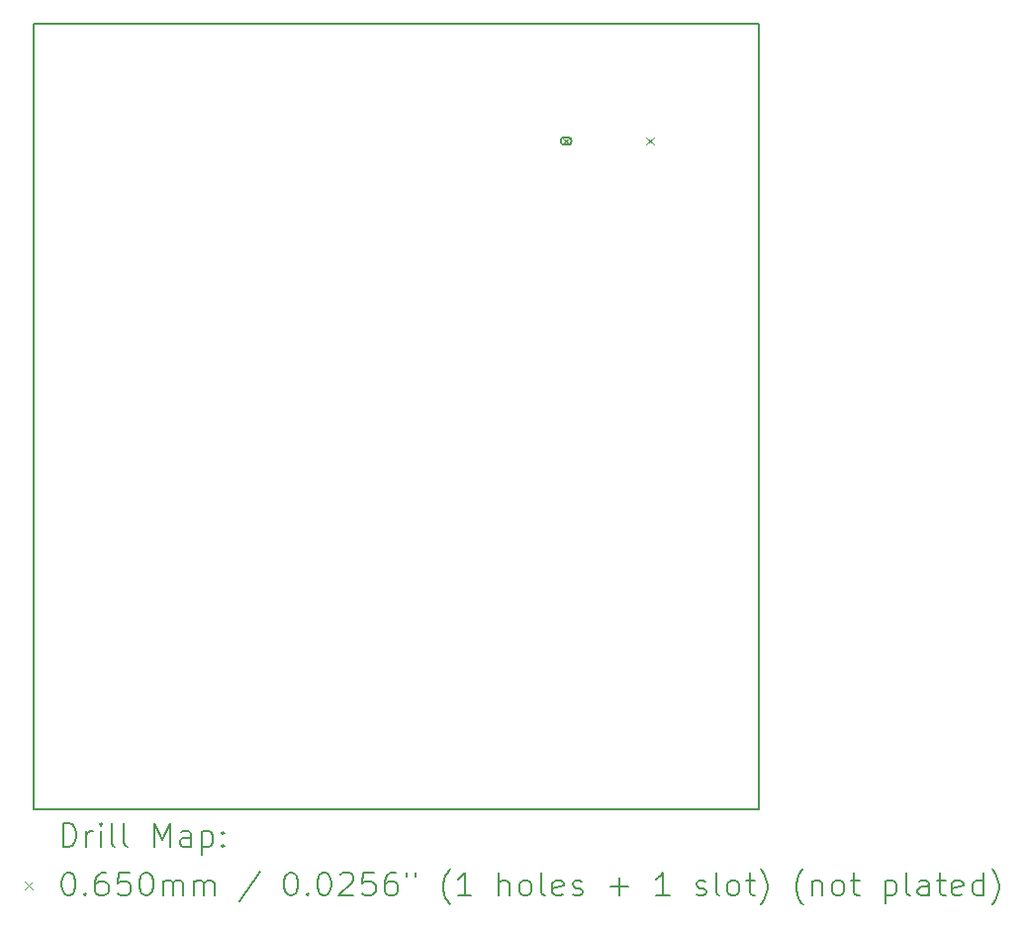
<source format=gbr>
%TF.GenerationSoftware,KiCad,Pcbnew,7.0.5*%
%TF.CreationDate,2023-08-10T16:58:01+02:00*%
%TF.ProjectId,proto_pico,70726f74-6f5f-4706-9963-6f2e6b696361,rev?*%
%TF.SameCoordinates,Original*%
%TF.FileFunction,Drillmap*%
%TF.FilePolarity,Positive*%
%FSLAX45Y45*%
G04 Gerber Fmt 4.5, Leading zero omitted, Abs format (unit mm)*
G04 Created by KiCad (PCBNEW 7.0.5) date 2023-08-10 16:58:01*
%MOMM*%
%LPD*%
G01*
G04 APERTURE LIST*
%ADD10C,0.200000*%
%ADD11C,0.065000*%
G04 APERTURE END LIST*
D10*
X13693000Y-8628500D02*
X19900900Y-8628500D01*
X19900900Y-15354300D01*
X13693000Y-15354300D01*
X13693000Y-8628500D01*
D11*
X18217500Y-9602900D02*
X18282500Y-9667900D01*
X18282500Y-9602900D02*
X18217500Y-9667900D01*
D10*
X18265000Y-9602900D02*
X18235000Y-9602900D01*
X18235000Y-9602900D02*
G75*
G03*
X18235000Y-9667900I0J-32500D01*
G01*
X18235000Y-9667900D02*
X18265000Y-9667900D01*
X18265000Y-9667900D02*
G75*
G03*
X18265000Y-9602900I0J32500D01*
G01*
D11*
X18937500Y-9602900D02*
X19002500Y-9667900D01*
X19002500Y-9602900D02*
X18937500Y-9667900D01*
D10*
X13943777Y-15675784D02*
X13943777Y-15475784D01*
X13943777Y-15475784D02*
X13991396Y-15475784D01*
X13991396Y-15475784D02*
X14019967Y-15485308D01*
X14019967Y-15485308D02*
X14039015Y-15504355D01*
X14039015Y-15504355D02*
X14048539Y-15523403D01*
X14048539Y-15523403D02*
X14058062Y-15561498D01*
X14058062Y-15561498D02*
X14058062Y-15590069D01*
X14058062Y-15590069D02*
X14048539Y-15628165D01*
X14048539Y-15628165D02*
X14039015Y-15647212D01*
X14039015Y-15647212D02*
X14019967Y-15666260D01*
X14019967Y-15666260D02*
X13991396Y-15675784D01*
X13991396Y-15675784D02*
X13943777Y-15675784D01*
X14143777Y-15675784D02*
X14143777Y-15542450D01*
X14143777Y-15580546D02*
X14153301Y-15561498D01*
X14153301Y-15561498D02*
X14162824Y-15551974D01*
X14162824Y-15551974D02*
X14181872Y-15542450D01*
X14181872Y-15542450D02*
X14200920Y-15542450D01*
X14267586Y-15675784D02*
X14267586Y-15542450D01*
X14267586Y-15475784D02*
X14258062Y-15485308D01*
X14258062Y-15485308D02*
X14267586Y-15494831D01*
X14267586Y-15494831D02*
X14277110Y-15485308D01*
X14277110Y-15485308D02*
X14267586Y-15475784D01*
X14267586Y-15475784D02*
X14267586Y-15494831D01*
X14391396Y-15675784D02*
X14372348Y-15666260D01*
X14372348Y-15666260D02*
X14362824Y-15647212D01*
X14362824Y-15647212D02*
X14362824Y-15475784D01*
X14496158Y-15675784D02*
X14477110Y-15666260D01*
X14477110Y-15666260D02*
X14467586Y-15647212D01*
X14467586Y-15647212D02*
X14467586Y-15475784D01*
X14724729Y-15675784D02*
X14724729Y-15475784D01*
X14724729Y-15475784D02*
X14791396Y-15618641D01*
X14791396Y-15618641D02*
X14858062Y-15475784D01*
X14858062Y-15475784D02*
X14858062Y-15675784D01*
X15039015Y-15675784D02*
X15039015Y-15571022D01*
X15039015Y-15571022D02*
X15029491Y-15551974D01*
X15029491Y-15551974D02*
X15010443Y-15542450D01*
X15010443Y-15542450D02*
X14972348Y-15542450D01*
X14972348Y-15542450D02*
X14953301Y-15551974D01*
X15039015Y-15666260D02*
X15019967Y-15675784D01*
X15019967Y-15675784D02*
X14972348Y-15675784D01*
X14972348Y-15675784D02*
X14953301Y-15666260D01*
X14953301Y-15666260D02*
X14943777Y-15647212D01*
X14943777Y-15647212D02*
X14943777Y-15628165D01*
X14943777Y-15628165D02*
X14953301Y-15609117D01*
X14953301Y-15609117D02*
X14972348Y-15599593D01*
X14972348Y-15599593D02*
X15019967Y-15599593D01*
X15019967Y-15599593D02*
X15039015Y-15590069D01*
X15134253Y-15542450D02*
X15134253Y-15742450D01*
X15134253Y-15551974D02*
X15153301Y-15542450D01*
X15153301Y-15542450D02*
X15191396Y-15542450D01*
X15191396Y-15542450D02*
X15210443Y-15551974D01*
X15210443Y-15551974D02*
X15219967Y-15561498D01*
X15219967Y-15561498D02*
X15229491Y-15580546D01*
X15229491Y-15580546D02*
X15229491Y-15637688D01*
X15229491Y-15637688D02*
X15219967Y-15656736D01*
X15219967Y-15656736D02*
X15210443Y-15666260D01*
X15210443Y-15666260D02*
X15191396Y-15675784D01*
X15191396Y-15675784D02*
X15153301Y-15675784D01*
X15153301Y-15675784D02*
X15134253Y-15666260D01*
X15315205Y-15656736D02*
X15324729Y-15666260D01*
X15324729Y-15666260D02*
X15315205Y-15675784D01*
X15315205Y-15675784D02*
X15305682Y-15666260D01*
X15305682Y-15666260D02*
X15315205Y-15656736D01*
X15315205Y-15656736D02*
X15315205Y-15675784D01*
X15315205Y-15551974D02*
X15324729Y-15561498D01*
X15324729Y-15561498D02*
X15315205Y-15571022D01*
X15315205Y-15571022D02*
X15305682Y-15561498D01*
X15305682Y-15561498D02*
X15315205Y-15551974D01*
X15315205Y-15551974D02*
X15315205Y-15571022D01*
D11*
X13618000Y-15971800D02*
X13683000Y-16036800D01*
X13683000Y-15971800D02*
X13618000Y-16036800D01*
D10*
X13981872Y-15895784D02*
X14000920Y-15895784D01*
X14000920Y-15895784D02*
X14019967Y-15905308D01*
X14019967Y-15905308D02*
X14029491Y-15914831D01*
X14029491Y-15914831D02*
X14039015Y-15933879D01*
X14039015Y-15933879D02*
X14048539Y-15971974D01*
X14048539Y-15971974D02*
X14048539Y-16019593D01*
X14048539Y-16019593D02*
X14039015Y-16057688D01*
X14039015Y-16057688D02*
X14029491Y-16076736D01*
X14029491Y-16076736D02*
X14019967Y-16086260D01*
X14019967Y-16086260D02*
X14000920Y-16095784D01*
X14000920Y-16095784D02*
X13981872Y-16095784D01*
X13981872Y-16095784D02*
X13962824Y-16086260D01*
X13962824Y-16086260D02*
X13953301Y-16076736D01*
X13953301Y-16076736D02*
X13943777Y-16057688D01*
X13943777Y-16057688D02*
X13934253Y-16019593D01*
X13934253Y-16019593D02*
X13934253Y-15971974D01*
X13934253Y-15971974D02*
X13943777Y-15933879D01*
X13943777Y-15933879D02*
X13953301Y-15914831D01*
X13953301Y-15914831D02*
X13962824Y-15905308D01*
X13962824Y-15905308D02*
X13981872Y-15895784D01*
X14134253Y-16076736D02*
X14143777Y-16086260D01*
X14143777Y-16086260D02*
X14134253Y-16095784D01*
X14134253Y-16095784D02*
X14124729Y-16086260D01*
X14124729Y-16086260D02*
X14134253Y-16076736D01*
X14134253Y-16076736D02*
X14134253Y-16095784D01*
X14315205Y-15895784D02*
X14277110Y-15895784D01*
X14277110Y-15895784D02*
X14258062Y-15905308D01*
X14258062Y-15905308D02*
X14248539Y-15914831D01*
X14248539Y-15914831D02*
X14229491Y-15943403D01*
X14229491Y-15943403D02*
X14219967Y-15981498D01*
X14219967Y-15981498D02*
X14219967Y-16057688D01*
X14219967Y-16057688D02*
X14229491Y-16076736D01*
X14229491Y-16076736D02*
X14239015Y-16086260D01*
X14239015Y-16086260D02*
X14258062Y-16095784D01*
X14258062Y-16095784D02*
X14296158Y-16095784D01*
X14296158Y-16095784D02*
X14315205Y-16086260D01*
X14315205Y-16086260D02*
X14324729Y-16076736D01*
X14324729Y-16076736D02*
X14334253Y-16057688D01*
X14334253Y-16057688D02*
X14334253Y-16010069D01*
X14334253Y-16010069D02*
X14324729Y-15991022D01*
X14324729Y-15991022D02*
X14315205Y-15981498D01*
X14315205Y-15981498D02*
X14296158Y-15971974D01*
X14296158Y-15971974D02*
X14258062Y-15971974D01*
X14258062Y-15971974D02*
X14239015Y-15981498D01*
X14239015Y-15981498D02*
X14229491Y-15991022D01*
X14229491Y-15991022D02*
X14219967Y-16010069D01*
X14515205Y-15895784D02*
X14419967Y-15895784D01*
X14419967Y-15895784D02*
X14410443Y-15991022D01*
X14410443Y-15991022D02*
X14419967Y-15981498D01*
X14419967Y-15981498D02*
X14439015Y-15971974D01*
X14439015Y-15971974D02*
X14486634Y-15971974D01*
X14486634Y-15971974D02*
X14505682Y-15981498D01*
X14505682Y-15981498D02*
X14515205Y-15991022D01*
X14515205Y-15991022D02*
X14524729Y-16010069D01*
X14524729Y-16010069D02*
X14524729Y-16057688D01*
X14524729Y-16057688D02*
X14515205Y-16076736D01*
X14515205Y-16076736D02*
X14505682Y-16086260D01*
X14505682Y-16086260D02*
X14486634Y-16095784D01*
X14486634Y-16095784D02*
X14439015Y-16095784D01*
X14439015Y-16095784D02*
X14419967Y-16086260D01*
X14419967Y-16086260D02*
X14410443Y-16076736D01*
X14648539Y-15895784D02*
X14667586Y-15895784D01*
X14667586Y-15895784D02*
X14686634Y-15905308D01*
X14686634Y-15905308D02*
X14696158Y-15914831D01*
X14696158Y-15914831D02*
X14705682Y-15933879D01*
X14705682Y-15933879D02*
X14715205Y-15971974D01*
X14715205Y-15971974D02*
X14715205Y-16019593D01*
X14715205Y-16019593D02*
X14705682Y-16057688D01*
X14705682Y-16057688D02*
X14696158Y-16076736D01*
X14696158Y-16076736D02*
X14686634Y-16086260D01*
X14686634Y-16086260D02*
X14667586Y-16095784D01*
X14667586Y-16095784D02*
X14648539Y-16095784D01*
X14648539Y-16095784D02*
X14629491Y-16086260D01*
X14629491Y-16086260D02*
X14619967Y-16076736D01*
X14619967Y-16076736D02*
X14610443Y-16057688D01*
X14610443Y-16057688D02*
X14600920Y-16019593D01*
X14600920Y-16019593D02*
X14600920Y-15971974D01*
X14600920Y-15971974D02*
X14610443Y-15933879D01*
X14610443Y-15933879D02*
X14619967Y-15914831D01*
X14619967Y-15914831D02*
X14629491Y-15905308D01*
X14629491Y-15905308D02*
X14648539Y-15895784D01*
X14800920Y-16095784D02*
X14800920Y-15962450D01*
X14800920Y-15981498D02*
X14810443Y-15971974D01*
X14810443Y-15971974D02*
X14829491Y-15962450D01*
X14829491Y-15962450D02*
X14858063Y-15962450D01*
X14858063Y-15962450D02*
X14877110Y-15971974D01*
X14877110Y-15971974D02*
X14886634Y-15991022D01*
X14886634Y-15991022D02*
X14886634Y-16095784D01*
X14886634Y-15991022D02*
X14896158Y-15971974D01*
X14896158Y-15971974D02*
X14915205Y-15962450D01*
X14915205Y-15962450D02*
X14943777Y-15962450D01*
X14943777Y-15962450D02*
X14962824Y-15971974D01*
X14962824Y-15971974D02*
X14972348Y-15991022D01*
X14972348Y-15991022D02*
X14972348Y-16095784D01*
X15067586Y-16095784D02*
X15067586Y-15962450D01*
X15067586Y-15981498D02*
X15077110Y-15971974D01*
X15077110Y-15971974D02*
X15096158Y-15962450D01*
X15096158Y-15962450D02*
X15124729Y-15962450D01*
X15124729Y-15962450D02*
X15143777Y-15971974D01*
X15143777Y-15971974D02*
X15153301Y-15991022D01*
X15153301Y-15991022D02*
X15153301Y-16095784D01*
X15153301Y-15991022D02*
X15162824Y-15971974D01*
X15162824Y-15971974D02*
X15181872Y-15962450D01*
X15181872Y-15962450D02*
X15210443Y-15962450D01*
X15210443Y-15962450D02*
X15229491Y-15971974D01*
X15229491Y-15971974D02*
X15239015Y-15991022D01*
X15239015Y-15991022D02*
X15239015Y-16095784D01*
X15629491Y-15886260D02*
X15458063Y-16143403D01*
X15886634Y-15895784D02*
X15905682Y-15895784D01*
X15905682Y-15895784D02*
X15924729Y-15905308D01*
X15924729Y-15905308D02*
X15934253Y-15914831D01*
X15934253Y-15914831D02*
X15943777Y-15933879D01*
X15943777Y-15933879D02*
X15953301Y-15971974D01*
X15953301Y-15971974D02*
X15953301Y-16019593D01*
X15953301Y-16019593D02*
X15943777Y-16057688D01*
X15943777Y-16057688D02*
X15934253Y-16076736D01*
X15934253Y-16076736D02*
X15924729Y-16086260D01*
X15924729Y-16086260D02*
X15905682Y-16095784D01*
X15905682Y-16095784D02*
X15886634Y-16095784D01*
X15886634Y-16095784D02*
X15867586Y-16086260D01*
X15867586Y-16086260D02*
X15858063Y-16076736D01*
X15858063Y-16076736D02*
X15848539Y-16057688D01*
X15848539Y-16057688D02*
X15839015Y-16019593D01*
X15839015Y-16019593D02*
X15839015Y-15971974D01*
X15839015Y-15971974D02*
X15848539Y-15933879D01*
X15848539Y-15933879D02*
X15858063Y-15914831D01*
X15858063Y-15914831D02*
X15867586Y-15905308D01*
X15867586Y-15905308D02*
X15886634Y-15895784D01*
X16039015Y-16076736D02*
X16048539Y-16086260D01*
X16048539Y-16086260D02*
X16039015Y-16095784D01*
X16039015Y-16095784D02*
X16029491Y-16086260D01*
X16029491Y-16086260D02*
X16039015Y-16076736D01*
X16039015Y-16076736D02*
X16039015Y-16095784D01*
X16172348Y-15895784D02*
X16191396Y-15895784D01*
X16191396Y-15895784D02*
X16210444Y-15905308D01*
X16210444Y-15905308D02*
X16219967Y-15914831D01*
X16219967Y-15914831D02*
X16229491Y-15933879D01*
X16229491Y-15933879D02*
X16239015Y-15971974D01*
X16239015Y-15971974D02*
X16239015Y-16019593D01*
X16239015Y-16019593D02*
X16229491Y-16057688D01*
X16229491Y-16057688D02*
X16219967Y-16076736D01*
X16219967Y-16076736D02*
X16210444Y-16086260D01*
X16210444Y-16086260D02*
X16191396Y-16095784D01*
X16191396Y-16095784D02*
X16172348Y-16095784D01*
X16172348Y-16095784D02*
X16153301Y-16086260D01*
X16153301Y-16086260D02*
X16143777Y-16076736D01*
X16143777Y-16076736D02*
X16134253Y-16057688D01*
X16134253Y-16057688D02*
X16124729Y-16019593D01*
X16124729Y-16019593D02*
X16124729Y-15971974D01*
X16124729Y-15971974D02*
X16134253Y-15933879D01*
X16134253Y-15933879D02*
X16143777Y-15914831D01*
X16143777Y-15914831D02*
X16153301Y-15905308D01*
X16153301Y-15905308D02*
X16172348Y-15895784D01*
X16315206Y-15914831D02*
X16324729Y-15905308D01*
X16324729Y-15905308D02*
X16343777Y-15895784D01*
X16343777Y-15895784D02*
X16391396Y-15895784D01*
X16391396Y-15895784D02*
X16410444Y-15905308D01*
X16410444Y-15905308D02*
X16419967Y-15914831D01*
X16419967Y-15914831D02*
X16429491Y-15933879D01*
X16429491Y-15933879D02*
X16429491Y-15952927D01*
X16429491Y-15952927D02*
X16419967Y-15981498D01*
X16419967Y-15981498D02*
X16305682Y-16095784D01*
X16305682Y-16095784D02*
X16429491Y-16095784D01*
X16610444Y-15895784D02*
X16515206Y-15895784D01*
X16515206Y-15895784D02*
X16505682Y-15991022D01*
X16505682Y-15991022D02*
X16515206Y-15981498D01*
X16515206Y-15981498D02*
X16534253Y-15971974D01*
X16534253Y-15971974D02*
X16581872Y-15971974D01*
X16581872Y-15971974D02*
X16600920Y-15981498D01*
X16600920Y-15981498D02*
X16610444Y-15991022D01*
X16610444Y-15991022D02*
X16619967Y-16010069D01*
X16619967Y-16010069D02*
X16619967Y-16057688D01*
X16619967Y-16057688D02*
X16610444Y-16076736D01*
X16610444Y-16076736D02*
X16600920Y-16086260D01*
X16600920Y-16086260D02*
X16581872Y-16095784D01*
X16581872Y-16095784D02*
X16534253Y-16095784D01*
X16534253Y-16095784D02*
X16515206Y-16086260D01*
X16515206Y-16086260D02*
X16505682Y-16076736D01*
X16791396Y-15895784D02*
X16753301Y-15895784D01*
X16753301Y-15895784D02*
X16734253Y-15905308D01*
X16734253Y-15905308D02*
X16724729Y-15914831D01*
X16724729Y-15914831D02*
X16705682Y-15943403D01*
X16705682Y-15943403D02*
X16696158Y-15981498D01*
X16696158Y-15981498D02*
X16696158Y-16057688D01*
X16696158Y-16057688D02*
X16705682Y-16076736D01*
X16705682Y-16076736D02*
X16715206Y-16086260D01*
X16715206Y-16086260D02*
X16734253Y-16095784D01*
X16734253Y-16095784D02*
X16772348Y-16095784D01*
X16772348Y-16095784D02*
X16791396Y-16086260D01*
X16791396Y-16086260D02*
X16800920Y-16076736D01*
X16800920Y-16076736D02*
X16810444Y-16057688D01*
X16810444Y-16057688D02*
X16810444Y-16010069D01*
X16810444Y-16010069D02*
X16800920Y-15991022D01*
X16800920Y-15991022D02*
X16791396Y-15981498D01*
X16791396Y-15981498D02*
X16772348Y-15971974D01*
X16772348Y-15971974D02*
X16734253Y-15971974D01*
X16734253Y-15971974D02*
X16715206Y-15981498D01*
X16715206Y-15981498D02*
X16705682Y-15991022D01*
X16705682Y-15991022D02*
X16696158Y-16010069D01*
X16886634Y-15895784D02*
X16886634Y-15933879D01*
X16962825Y-15895784D02*
X16962825Y-15933879D01*
X17258063Y-16171974D02*
X17248539Y-16162450D01*
X17248539Y-16162450D02*
X17229491Y-16133879D01*
X17229491Y-16133879D02*
X17219968Y-16114831D01*
X17219968Y-16114831D02*
X17210444Y-16086260D01*
X17210444Y-16086260D02*
X17200920Y-16038641D01*
X17200920Y-16038641D02*
X17200920Y-16000546D01*
X17200920Y-16000546D02*
X17210444Y-15952927D01*
X17210444Y-15952927D02*
X17219968Y-15924355D01*
X17219968Y-15924355D02*
X17229491Y-15905308D01*
X17229491Y-15905308D02*
X17248539Y-15876736D01*
X17248539Y-15876736D02*
X17258063Y-15867212D01*
X17439015Y-16095784D02*
X17324730Y-16095784D01*
X17381872Y-16095784D02*
X17381872Y-15895784D01*
X17381872Y-15895784D02*
X17362825Y-15924355D01*
X17362825Y-15924355D02*
X17343777Y-15943403D01*
X17343777Y-15943403D02*
X17324730Y-15952927D01*
X17677111Y-16095784D02*
X17677111Y-15895784D01*
X17762825Y-16095784D02*
X17762825Y-15991022D01*
X17762825Y-15991022D02*
X17753301Y-15971974D01*
X17753301Y-15971974D02*
X17734253Y-15962450D01*
X17734253Y-15962450D02*
X17705682Y-15962450D01*
X17705682Y-15962450D02*
X17686634Y-15971974D01*
X17686634Y-15971974D02*
X17677111Y-15981498D01*
X17886634Y-16095784D02*
X17867587Y-16086260D01*
X17867587Y-16086260D02*
X17858063Y-16076736D01*
X17858063Y-16076736D02*
X17848539Y-16057688D01*
X17848539Y-16057688D02*
X17848539Y-16000546D01*
X17848539Y-16000546D02*
X17858063Y-15981498D01*
X17858063Y-15981498D02*
X17867587Y-15971974D01*
X17867587Y-15971974D02*
X17886634Y-15962450D01*
X17886634Y-15962450D02*
X17915206Y-15962450D01*
X17915206Y-15962450D02*
X17934253Y-15971974D01*
X17934253Y-15971974D02*
X17943777Y-15981498D01*
X17943777Y-15981498D02*
X17953301Y-16000546D01*
X17953301Y-16000546D02*
X17953301Y-16057688D01*
X17953301Y-16057688D02*
X17943777Y-16076736D01*
X17943777Y-16076736D02*
X17934253Y-16086260D01*
X17934253Y-16086260D02*
X17915206Y-16095784D01*
X17915206Y-16095784D02*
X17886634Y-16095784D01*
X18067587Y-16095784D02*
X18048539Y-16086260D01*
X18048539Y-16086260D02*
X18039015Y-16067212D01*
X18039015Y-16067212D02*
X18039015Y-15895784D01*
X18219968Y-16086260D02*
X18200920Y-16095784D01*
X18200920Y-16095784D02*
X18162825Y-16095784D01*
X18162825Y-16095784D02*
X18143777Y-16086260D01*
X18143777Y-16086260D02*
X18134253Y-16067212D01*
X18134253Y-16067212D02*
X18134253Y-15991022D01*
X18134253Y-15991022D02*
X18143777Y-15971974D01*
X18143777Y-15971974D02*
X18162825Y-15962450D01*
X18162825Y-15962450D02*
X18200920Y-15962450D01*
X18200920Y-15962450D02*
X18219968Y-15971974D01*
X18219968Y-15971974D02*
X18229492Y-15991022D01*
X18229492Y-15991022D02*
X18229492Y-16010069D01*
X18229492Y-16010069D02*
X18134253Y-16029117D01*
X18305682Y-16086260D02*
X18324730Y-16095784D01*
X18324730Y-16095784D02*
X18362825Y-16095784D01*
X18362825Y-16095784D02*
X18381873Y-16086260D01*
X18381873Y-16086260D02*
X18391396Y-16067212D01*
X18391396Y-16067212D02*
X18391396Y-16057688D01*
X18391396Y-16057688D02*
X18381873Y-16038641D01*
X18381873Y-16038641D02*
X18362825Y-16029117D01*
X18362825Y-16029117D02*
X18334253Y-16029117D01*
X18334253Y-16029117D02*
X18315206Y-16019593D01*
X18315206Y-16019593D02*
X18305682Y-16000546D01*
X18305682Y-16000546D02*
X18305682Y-15991022D01*
X18305682Y-15991022D02*
X18315206Y-15971974D01*
X18315206Y-15971974D02*
X18334253Y-15962450D01*
X18334253Y-15962450D02*
X18362825Y-15962450D01*
X18362825Y-15962450D02*
X18381873Y-15971974D01*
X18629492Y-16019593D02*
X18781873Y-16019593D01*
X18705682Y-16095784D02*
X18705682Y-15943403D01*
X19134254Y-16095784D02*
X19019968Y-16095784D01*
X19077111Y-16095784D02*
X19077111Y-15895784D01*
X19077111Y-15895784D02*
X19058063Y-15924355D01*
X19058063Y-15924355D02*
X19039015Y-15943403D01*
X19039015Y-15943403D02*
X19019968Y-15952927D01*
X19362825Y-16086260D02*
X19381873Y-16095784D01*
X19381873Y-16095784D02*
X19419968Y-16095784D01*
X19419968Y-16095784D02*
X19439016Y-16086260D01*
X19439016Y-16086260D02*
X19448539Y-16067212D01*
X19448539Y-16067212D02*
X19448539Y-16057688D01*
X19448539Y-16057688D02*
X19439016Y-16038641D01*
X19439016Y-16038641D02*
X19419968Y-16029117D01*
X19419968Y-16029117D02*
X19391396Y-16029117D01*
X19391396Y-16029117D02*
X19372349Y-16019593D01*
X19372349Y-16019593D02*
X19362825Y-16000546D01*
X19362825Y-16000546D02*
X19362825Y-15991022D01*
X19362825Y-15991022D02*
X19372349Y-15971974D01*
X19372349Y-15971974D02*
X19391396Y-15962450D01*
X19391396Y-15962450D02*
X19419968Y-15962450D01*
X19419968Y-15962450D02*
X19439016Y-15971974D01*
X19562825Y-16095784D02*
X19543777Y-16086260D01*
X19543777Y-16086260D02*
X19534254Y-16067212D01*
X19534254Y-16067212D02*
X19534254Y-15895784D01*
X19667587Y-16095784D02*
X19648539Y-16086260D01*
X19648539Y-16086260D02*
X19639016Y-16076736D01*
X19639016Y-16076736D02*
X19629492Y-16057688D01*
X19629492Y-16057688D02*
X19629492Y-16000546D01*
X19629492Y-16000546D02*
X19639016Y-15981498D01*
X19639016Y-15981498D02*
X19648539Y-15971974D01*
X19648539Y-15971974D02*
X19667587Y-15962450D01*
X19667587Y-15962450D02*
X19696158Y-15962450D01*
X19696158Y-15962450D02*
X19715206Y-15971974D01*
X19715206Y-15971974D02*
X19724730Y-15981498D01*
X19724730Y-15981498D02*
X19734254Y-16000546D01*
X19734254Y-16000546D02*
X19734254Y-16057688D01*
X19734254Y-16057688D02*
X19724730Y-16076736D01*
X19724730Y-16076736D02*
X19715206Y-16086260D01*
X19715206Y-16086260D02*
X19696158Y-16095784D01*
X19696158Y-16095784D02*
X19667587Y-16095784D01*
X19791397Y-15962450D02*
X19867587Y-15962450D01*
X19819968Y-15895784D02*
X19819968Y-16067212D01*
X19819968Y-16067212D02*
X19829492Y-16086260D01*
X19829492Y-16086260D02*
X19848539Y-16095784D01*
X19848539Y-16095784D02*
X19867587Y-16095784D01*
X19915206Y-16171974D02*
X19924730Y-16162450D01*
X19924730Y-16162450D02*
X19943777Y-16133879D01*
X19943777Y-16133879D02*
X19953301Y-16114831D01*
X19953301Y-16114831D02*
X19962825Y-16086260D01*
X19962825Y-16086260D02*
X19972349Y-16038641D01*
X19972349Y-16038641D02*
X19972349Y-16000546D01*
X19972349Y-16000546D02*
X19962825Y-15952927D01*
X19962825Y-15952927D02*
X19953301Y-15924355D01*
X19953301Y-15924355D02*
X19943777Y-15905308D01*
X19943777Y-15905308D02*
X19924730Y-15876736D01*
X19924730Y-15876736D02*
X19915206Y-15867212D01*
X20277111Y-16171974D02*
X20267587Y-16162450D01*
X20267587Y-16162450D02*
X20248539Y-16133879D01*
X20248539Y-16133879D02*
X20239016Y-16114831D01*
X20239016Y-16114831D02*
X20229492Y-16086260D01*
X20229492Y-16086260D02*
X20219968Y-16038641D01*
X20219968Y-16038641D02*
X20219968Y-16000546D01*
X20219968Y-16000546D02*
X20229492Y-15952927D01*
X20229492Y-15952927D02*
X20239016Y-15924355D01*
X20239016Y-15924355D02*
X20248539Y-15905308D01*
X20248539Y-15905308D02*
X20267587Y-15876736D01*
X20267587Y-15876736D02*
X20277111Y-15867212D01*
X20353301Y-15962450D02*
X20353301Y-16095784D01*
X20353301Y-15981498D02*
X20362825Y-15971974D01*
X20362825Y-15971974D02*
X20381873Y-15962450D01*
X20381873Y-15962450D02*
X20410444Y-15962450D01*
X20410444Y-15962450D02*
X20429492Y-15971974D01*
X20429492Y-15971974D02*
X20439016Y-15991022D01*
X20439016Y-15991022D02*
X20439016Y-16095784D01*
X20562825Y-16095784D02*
X20543777Y-16086260D01*
X20543777Y-16086260D02*
X20534254Y-16076736D01*
X20534254Y-16076736D02*
X20524730Y-16057688D01*
X20524730Y-16057688D02*
X20524730Y-16000546D01*
X20524730Y-16000546D02*
X20534254Y-15981498D01*
X20534254Y-15981498D02*
X20543777Y-15971974D01*
X20543777Y-15971974D02*
X20562825Y-15962450D01*
X20562825Y-15962450D02*
X20591397Y-15962450D01*
X20591397Y-15962450D02*
X20610444Y-15971974D01*
X20610444Y-15971974D02*
X20619968Y-15981498D01*
X20619968Y-15981498D02*
X20629492Y-16000546D01*
X20629492Y-16000546D02*
X20629492Y-16057688D01*
X20629492Y-16057688D02*
X20619968Y-16076736D01*
X20619968Y-16076736D02*
X20610444Y-16086260D01*
X20610444Y-16086260D02*
X20591397Y-16095784D01*
X20591397Y-16095784D02*
X20562825Y-16095784D01*
X20686635Y-15962450D02*
X20762825Y-15962450D01*
X20715206Y-15895784D02*
X20715206Y-16067212D01*
X20715206Y-16067212D02*
X20724730Y-16086260D01*
X20724730Y-16086260D02*
X20743777Y-16095784D01*
X20743777Y-16095784D02*
X20762825Y-16095784D01*
X20981873Y-15962450D02*
X20981873Y-16162450D01*
X20981873Y-15971974D02*
X21000920Y-15962450D01*
X21000920Y-15962450D02*
X21039016Y-15962450D01*
X21039016Y-15962450D02*
X21058063Y-15971974D01*
X21058063Y-15971974D02*
X21067587Y-15981498D01*
X21067587Y-15981498D02*
X21077111Y-16000546D01*
X21077111Y-16000546D02*
X21077111Y-16057688D01*
X21077111Y-16057688D02*
X21067587Y-16076736D01*
X21067587Y-16076736D02*
X21058063Y-16086260D01*
X21058063Y-16086260D02*
X21039016Y-16095784D01*
X21039016Y-16095784D02*
X21000920Y-16095784D01*
X21000920Y-16095784D02*
X20981873Y-16086260D01*
X21191397Y-16095784D02*
X21172349Y-16086260D01*
X21172349Y-16086260D02*
X21162825Y-16067212D01*
X21162825Y-16067212D02*
X21162825Y-15895784D01*
X21353301Y-16095784D02*
X21353301Y-15991022D01*
X21353301Y-15991022D02*
X21343778Y-15971974D01*
X21343778Y-15971974D02*
X21324730Y-15962450D01*
X21324730Y-15962450D02*
X21286635Y-15962450D01*
X21286635Y-15962450D02*
X21267587Y-15971974D01*
X21353301Y-16086260D02*
X21334254Y-16095784D01*
X21334254Y-16095784D02*
X21286635Y-16095784D01*
X21286635Y-16095784D02*
X21267587Y-16086260D01*
X21267587Y-16086260D02*
X21258063Y-16067212D01*
X21258063Y-16067212D02*
X21258063Y-16048165D01*
X21258063Y-16048165D02*
X21267587Y-16029117D01*
X21267587Y-16029117D02*
X21286635Y-16019593D01*
X21286635Y-16019593D02*
X21334254Y-16019593D01*
X21334254Y-16019593D02*
X21353301Y-16010069D01*
X21419968Y-15962450D02*
X21496158Y-15962450D01*
X21448539Y-15895784D02*
X21448539Y-16067212D01*
X21448539Y-16067212D02*
X21458063Y-16086260D01*
X21458063Y-16086260D02*
X21477111Y-16095784D01*
X21477111Y-16095784D02*
X21496158Y-16095784D01*
X21639016Y-16086260D02*
X21619968Y-16095784D01*
X21619968Y-16095784D02*
X21581873Y-16095784D01*
X21581873Y-16095784D02*
X21562825Y-16086260D01*
X21562825Y-16086260D02*
X21553301Y-16067212D01*
X21553301Y-16067212D02*
X21553301Y-15991022D01*
X21553301Y-15991022D02*
X21562825Y-15971974D01*
X21562825Y-15971974D02*
X21581873Y-15962450D01*
X21581873Y-15962450D02*
X21619968Y-15962450D01*
X21619968Y-15962450D02*
X21639016Y-15971974D01*
X21639016Y-15971974D02*
X21648539Y-15991022D01*
X21648539Y-15991022D02*
X21648539Y-16010069D01*
X21648539Y-16010069D02*
X21553301Y-16029117D01*
X21819968Y-16095784D02*
X21819968Y-15895784D01*
X21819968Y-16086260D02*
X21800920Y-16095784D01*
X21800920Y-16095784D02*
X21762825Y-16095784D01*
X21762825Y-16095784D02*
X21743778Y-16086260D01*
X21743778Y-16086260D02*
X21734254Y-16076736D01*
X21734254Y-16076736D02*
X21724730Y-16057688D01*
X21724730Y-16057688D02*
X21724730Y-16000546D01*
X21724730Y-16000546D02*
X21734254Y-15981498D01*
X21734254Y-15981498D02*
X21743778Y-15971974D01*
X21743778Y-15971974D02*
X21762825Y-15962450D01*
X21762825Y-15962450D02*
X21800920Y-15962450D01*
X21800920Y-15962450D02*
X21819968Y-15971974D01*
X21896159Y-16171974D02*
X21905682Y-16162450D01*
X21905682Y-16162450D02*
X21924730Y-16133879D01*
X21924730Y-16133879D02*
X21934254Y-16114831D01*
X21934254Y-16114831D02*
X21943778Y-16086260D01*
X21943778Y-16086260D02*
X21953301Y-16038641D01*
X21953301Y-16038641D02*
X21953301Y-16000546D01*
X21953301Y-16000546D02*
X21943778Y-15952927D01*
X21943778Y-15952927D02*
X21934254Y-15924355D01*
X21934254Y-15924355D02*
X21924730Y-15905308D01*
X21924730Y-15905308D02*
X21905682Y-15876736D01*
X21905682Y-15876736D02*
X21896159Y-15867212D01*
M02*

</source>
